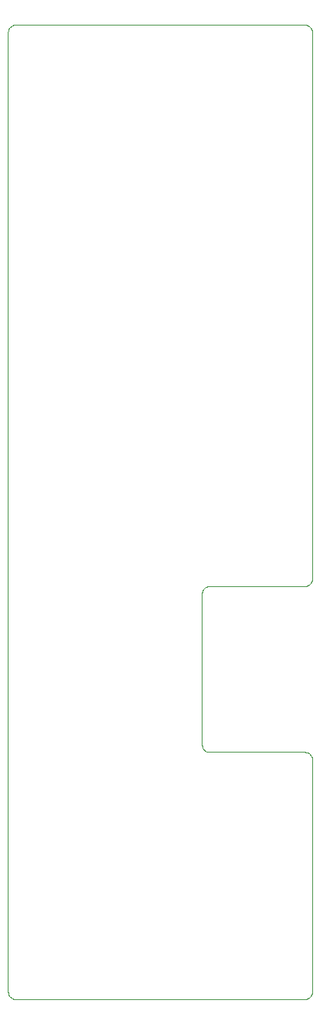
<source format=gbr>
G04 #@! TF.GenerationSoftware,KiCad,Pcbnew,5.1.2-f72e74a~84~ubuntu16.04.1*
G04 #@! TF.CreationDate,2019-05-08T01:02:17+08:00*
G04 #@! TF.ProjectId,8Bit_EuroRack_7hp,38426974-5f45-4757-926f-5261636b5f37,rev?*
G04 #@! TF.SameCoordinates,Original*
G04 #@! TF.FileFunction,Profile,NP*
%FSLAX46Y46*%
G04 Gerber Fmt 4.6, Leading zero omitted, Abs format (unit mm)*
G04 Created by KiCad (PCBNEW 5.1.2-f72e74a~84~ubuntu16.04.1) date 2019-05-08 01:02:17*
%MOMM*%
%LPD*%
G04 APERTURE LIST*
%ADD10C,0.100000*%
G04 APERTURE END LIST*
D10*
X45118334Y-149074390D02*
X45118334Y-149074390D01*
X45118334Y-44002497D02*
X45118334Y-149074390D01*
X45133848Y-43845696D02*
X45118334Y-44002497D01*
X45179231Y-43696350D02*
X45133848Y-43845696D01*
X45252744Y-43558657D02*
X45179231Y-43696350D01*
X45352649Y-43436812D02*
X45252744Y-43558657D01*
X45474494Y-43336906D02*
X45352649Y-43436812D01*
X45612187Y-43263393D02*
X45474494Y-43336906D01*
X45761533Y-43218011D02*
X45612187Y-43263393D01*
X45918334Y-43202497D02*
X45761533Y-43218011D01*
X77620419Y-43202497D02*
X45918334Y-43202497D01*
X77781647Y-43218750D02*
X77620419Y-43202497D01*
X77931815Y-43265365D02*
X77781647Y-43218750D01*
X78067707Y-43339124D02*
X77931815Y-43265365D01*
X78186105Y-43436812D02*
X78067707Y-43339124D01*
X78283792Y-43555209D02*
X78186105Y-43436812D01*
X78357551Y-43691101D02*
X78283792Y-43555209D01*
X78404166Y-43841269D02*
X78357551Y-43691101D01*
X78420419Y-44002497D02*
X78404166Y-43841269D01*
X78420419Y-103859201D02*
X78420419Y-44002497D01*
X78404166Y-104020429D02*
X78420419Y-103859201D01*
X78357551Y-104170597D02*
X78404166Y-104020429D01*
X78283792Y-104306489D02*
X78357551Y-104170597D01*
X78186105Y-104424886D02*
X78283792Y-104306489D01*
X78067707Y-104522574D02*
X78186105Y-104424886D01*
X77931815Y-104596333D02*
X78067707Y-104522574D01*
X77781647Y-104642948D02*
X77931815Y-104596333D01*
X77620419Y-104659201D02*
X77781647Y-104642948D01*
X67167874Y-104659201D02*
X77620419Y-104659201D01*
X67006646Y-104675454D02*
X67167874Y-104659201D01*
X66856478Y-104722069D02*
X67006646Y-104675454D01*
X66720587Y-104795828D02*
X66856478Y-104722069D01*
X66602189Y-104893516D02*
X66720587Y-104795828D01*
X66504502Y-105011913D02*
X66602189Y-104893516D01*
X66430742Y-105147805D02*
X66504502Y-105011913D01*
X66384128Y-105297973D02*
X66430742Y-105147805D01*
X66367874Y-105459201D02*
X66384128Y-105297973D01*
X66367874Y-122024227D02*
X66367874Y-105459201D01*
X66384128Y-122185455D02*
X66367874Y-122024227D01*
X66430742Y-122335623D02*
X66384128Y-122185455D01*
X66504502Y-122471515D02*
X66430742Y-122335623D01*
X66602189Y-122589912D02*
X66504502Y-122471515D01*
X66720587Y-122687600D02*
X66602189Y-122589912D01*
X66856478Y-122761359D02*
X66720587Y-122687600D01*
X67006646Y-122807974D02*
X66856478Y-122761359D01*
X67167874Y-122824227D02*
X67006646Y-122807974D01*
X77620419Y-122824227D02*
X67167874Y-122824227D01*
X77781647Y-122840480D02*
X77620419Y-122824227D01*
X77931815Y-122887095D02*
X77781647Y-122840480D01*
X78067707Y-122960854D02*
X77931815Y-122887095D01*
X78186105Y-123058542D02*
X78067707Y-122960854D01*
X78283792Y-123176939D02*
X78186105Y-123058542D01*
X78357551Y-123312831D02*
X78283792Y-123176939D01*
X78404166Y-123462999D02*
X78357551Y-123312831D01*
X78420419Y-123624227D02*
X78404166Y-123462999D01*
X78420419Y-149074390D02*
X78420419Y-123624227D01*
X78404166Y-149235618D02*
X78420419Y-149074390D01*
X78357551Y-149385786D02*
X78404166Y-149235618D01*
X78283792Y-149521678D02*
X78357551Y-149385786D01*
X78186105Y-149640075D02*
X78283792Y-149521678D01*
X78067707Y-149737763D02*
X78186105Y-149640075D01*
X77931815Y-149811522D02*
X78067707Y-149737763D01*
X77781647Y-149858137D02*
X77931815Y-149811522D01*
X77620419Y-149874390D02*
X77781647Y-149858137D01*
X45918334Y-149874390D02*
X77620419Y-149874390D01*
X45761533Y-149858876D02*
X45918334Y-149874390D01*
X45612187Y-149813494D02*
X45761533Y-149858876D01*
X45474494Y-149739981D02*
X45612187Y-149813494D01*
X45352649Y-149640075D02*
X45474494Y-149739981D01*
X45252744Y-149518230D02*
X45352649Y-149640075D01*
X45179231Y-149380537D02*
X45252744Y-149518230D01*
X45133848Y-149231191D02*
X45179231Y-149380537D01*
X45118334Y-149074390D02*
X45133848Y-149231191D01*
M02*

</source>
